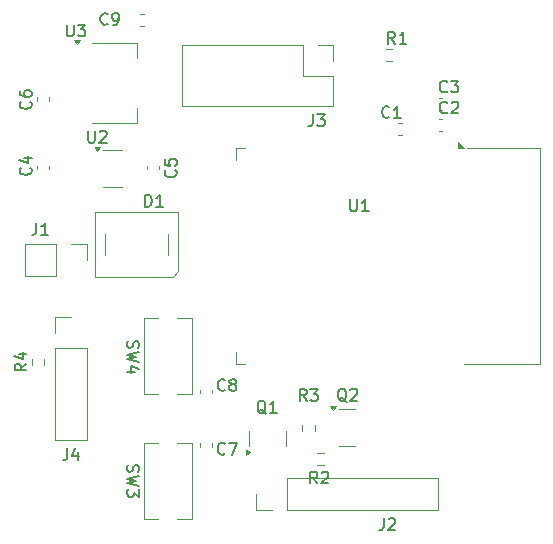
<source format=gbr>
%TF.GenerationSoftware,KiCad,Pcbnew,9.0.1*%
%TF.CreationDate,2025-10-26T23:50:52+01:00*%
%TF.ProjectId,onyks-iot-esp32-storage-rfid,6f6e796b-732d-4696-9f74-2d6573703332,rev?*%
%TF.SameCoordinates,Original*%
%TF.FileFunction,Legend,Top*%
%TF.FilePolarity,Positive*%
%FSLAX46Y46*%
G04 Gerber Fmt 4.6, Leading zero omitted, Abs format (unit mm)*
G04 Created by KiCad (PCBNEW 9.0.1) date 2025-10-26 23:50:52*
%MOMM*%
%LPD*%
G01*
G04 APERTURE LIST*
%ADD10C,0.150000*%
%ADD11C,0.120000*%
G04 APERTURE END LIST*
D10*
X154666666Y-102254819D02*
X154666666Y-102969104D01*
X154666666Y-102969104D02*
X154619047Y-103111961D01*
X154619047Y-103111961D02*
X154523809Y-103207200D01*
X154523809Y-103207200D02*
X154380952Y-103254819D01*
X154380952Y-103254819D02*
X154285714Y-103254819D01*
X155047619Y-102254819D02*
X155666666Y-102254819D01*
X155666666Y-102254819D02*
X155333333Y-102635771D01*
X155333333Y-102635771D02*
X155476190Y-102635771D01*
X155476190Y-102635771D02*
X155571428Y-102683390D01*
X155571428Y-102683390D02*
X155619047Y-102731009D01*
X155619047Y-102731009D02*
X155666666Y-102826247D01*
X155666666Y-102826247D02*
X155666666Y-103064342D01*
X155666666Y-103064342D02*
X155619047Y-103159580D01*
X155619047Y-103159580D02*
X155571428Y-103207200D01*
X155571428Y-103207200D02*
X155476190Y-103254819D01*
X155476190Y-103254819D02*
X155190476Y-103254819D01*
X155190476Y-103254819D02*
X155095238Y-103207200D01*
X155095238Y-103207200D02*
X155047619Y-103159580D01*
X137303833Y-94593580D02*
X137256214Y-94641200D01*
X137256214Y-94641200D02*
X137113357Y-94688819D01*
X137113357Y-94688819D02*
X137018119Y-94688819D01*
X137018119Y-94688819D02*
X136875262Y-94641200D01*
X136875262Y-94641200D02*
X136780024Y-94545961D01*
X136780024Y-94545961D02*
X136732405Y-94450723D01*
X136732405Y-94450723D02*
X136684786Y-94260247D01*
X136684786Y-94260247D02*
X136684786Y-94117390D01*
X136684786Y-94117390D02*
X136732405Y-93926914D01*
X136732405Y-93926914D02*
X136780024Y-93831676D01*
X136780024Y-93831676D02*
X136875262Y-93736438D01*
X136875262Y-93736438D02*
X137018119Y-93688819D01*
X137018119Y-93688819D02*
X137113357Y-93688819D01*
X137113357Y-93688819D02*
X137256214Y-93736438D01*
X137256214Y-93736438D02*
X137303833Y-93784057D01*
X137780024Y-94688819D02*
X137970500Y-94688819D01*
X137970500Y-94688819D02*
X138065738Y-94641200D01*
X138065738Y-94641200D02*
X138113357Y-94593580D01*
X138113357Y-94593580D02*
X138208595Y-94450723D01*
X138208595Y-94450723D02*
X138256214Y-94260247D01*
X138256214Y-94260247D02*
X138256214Y-93879295D01*
X138256214Y-93879295D02*
X138208595Y-93784057D01*
X138208595Y-93784057D02*
X138160976Y-93736438D01*
X138160976Y-93736438D02*
X138065738Y-93688819D01*
X138065738Y-93688819D02*
X137875262Y-93688819D01*
X137875262Y-93688819D02*
X137780024Y-93736438D01*
X137780024Y-93736438D02*
X137732405Y-93784057D01*
X137732405Y-93784057D02*
X137684786Y-93879295D01*
X137684786Y-93879295D02*
X137684786Y-94117390D01*
X137684786Y-94117390D02*
X137732405Y-94212628D01*
X137732405Y-94212628D02*
X137780024Y-94260247D01*
X137780024Y-94260247D02*
X137875262Y-94307866D01*
X137875262Y-94307866D02*
X138065738Y-94307866D01*
X138065738Y-94307866D02*
X138160976Y-94260247D01*
X138160976Y-94260247D02*
X138208595Y-94212628D01*
X138208595Y-94212628D02*
X138256214Y-94117390D01*
X161633333Y-96254819D02*
X161300000Y-95778628D01*
X161061905Y-96254819D02*
X161061905Y-95254819D01*
X161061905Y-95254819D02*
X161442857Y-95254819D01*
X161442857Y-95254819D02*
X161538095Y-95302438D01*
X161538095Y-95302438D02*
X161585714Y-95350057D01*
X161585714Y-95350057D02*
X161633333Y-95445295D01*
X161633333Y-95445295D02*
X161633333Y-95588152D01*
X161633333Y-95588152D02*
X161585714Y-95683390D01*
X161585714Y-95683390D02*
X161538095Y-95731009D01*
X161538095Y-95731009D02*
X161442857Y-95778628D01*
X161442857Y-95778628D02*
X161061905Y-95778628D01*
X162585714Y-96254819D02*
X162014286Y-96254819D01*
X162300000Y-96254819D02*
X162300000Y-95254819D01*
X162300000Y-95254819D02*
X162204762Y-95397676D01*
X162204762Y-95397676D02*
X162109524Y-95492914D01*
X162109524Y-95492914D02*
X162014286Y-95540533D01*
X133866666Y-130534819D02*
X133866666Y-131249104D01*
X133866666Y-131249104D02*
X133819047Y-131391961D01*
X133819047Y-131391961D02*
X133723809Y-131487200D01*
X133723809Y-131487200D02*
X133580952Y-131534819D01*
X133580952Y-131534819D02*
X133485714Y-131534819D01*
X134771428Y-130868152D02*
X134771428Y-131534819D01*
X134533333Y-130487200D02*
X134295238Y-131201485D01*
X134295238Y-131201485D02*
X134914285Y-131201485D01*
X138992800Y-121466667D02*
X138945180Y-121609524D01*
X138945180Y-121609524D02*
X138945180Y-121847619D01*
X138945180Y-121847619D02*
X138992800Y-121942857D01*
X138992800Y-121942857D02*
X139040419Y-121990476D01*
X139040419Y-121990476D02*
X139135657Y-122038095D01*
X139135657Y-122038095D02*
X139230895Y-122038095D01*
X139230895Y-122038095D02*
X139326133Y-121990476D01*
X139326133Y-121990476D02*
X139373752Y-121942857D01*
X139373752Y-121942857D02*
X139421371Y-121847619D01*
X139421371Y-121847619D02*
X139468990Y-121657143D01*
X139468990Y-121657143D02*
X139516609Y-121561905D01*
X139516609Y-121561905D02*
X139564228Y-121514286D01*
X139564228Y-121514286D02*
X139659466Y-121466667D01*
X139659466Y-121466667D02*
X139754704Y-121466667D01*
X139754704Y-121466667D02*
X139849942Y-121514286D01*
X139849942Y-121514286D02*
X139897561Y-121561905D01*
X139897561Y-121561905D02*
X139945180Y-121657143D01*
X139945180Y-121657143D02*
X139945180Y-121895238D01*
X139945180Y-121895238D02*
X139897561Y-122038095D01*
X139945180Y-122371429D02*
X138945180Y-122609524D01*
X138945180Y-122609524D02*
X139659466Y-122800000D01*
X139659466Y-122800000D02*
X138945180Y-122990476D01*
X138945180Y-122990476D02*
X139945180Y-123228572D01*
X139611847Y-124038095D02*
X138945180Y-124038095D01*
X139992800Y-123800000D02*
X139278514Y-123561905D01*
X139278514Y-123561905D02*
X139278514Y-124180952D01*
X157838095Y-109454819D02*
X157838095Y-110264342D01*
X157838095Y-110264342D02*
X157885714Y-110359580D01*
X157885714Y-110359580D02*
X157933333Y-110407200D01*
X157933333Y-110407200D02*
X158028571Y-110454819D01*
X158028571Y-110454819D02*
X158219047Y-110454819D01*
X158219047Y-110454819D02*
X158314285Y-110407200D01*
X158314285Y-110407200D02*
X158361904Y-110359580D01*
X158361904Y-110359580D02*
X158409523Y-110264342D01*
X158409523Y-110264342D02*
X158409523Y-109454819D01*
X159409523Y-110454819D02*
X158838095Y-110454819D01*
X159123809Y-110454819D02*
X159123809Y-109454819D01*
X159123809Y-109454819D02*
X159028571Y-109597676D01*
X159028571Y-109597676D02*
X158933333Y-109692914D01*
X158933333Y-109692914D02*
X158838095Y-109740533D01*
X154138333Y-126520319D02*
X153805000Y-126044128D01*
X153566905Y-126520319D02*
X153566905Y-125520319D01*
X153566905Y-125520319D02*
X153947857Y-125520319D01*
X153947857Y-125520319D02*
X154043095Y-125567938D01*
X154043095Y-125567938D02*
X154090714Y-125615557D01*
X154090714Y-125615557D02*
X154138333Y-125710795D01*
X154138333Y-125710795D02*
X154138333Y-125853652D01*
X154138333Y-125853652D02*
X154090714Y-125948890D01*
X154090714Y-125948890D02*
X154043095Y-125996509D01*
X154043095Y-125996509D02*
X153947857Y-126044128D01*
X153947857Y-126044128D02*
X153566905Y-126044128D01*
X154471667Y-125520319D02*
X155090714Y-125520319D01*
X155090714Y-125520319D02*
X154757381Y-125901271D01*
X154757381Y-125901271D02*
X154900238Y-125901271D01*
X154900238Y-125901271D02*
X154995476Y-125948890D01*
X154995476Y-125948890D02*
X155043095Y-125996509D01*
X155043095Y-125996509D02*
X155090714Y-126091747D01*
X155090714Y-126091747D02*
X155090714Y-126329842D01*
X155090714Y-126329842D02*
X155043095Y-126425080D01*
X155043095Y-126425080D02*
X154995476Y-126472700D01*
X154995476Y-126472700D02*
X154900238Y-126520319D01*
X154900238Y-126520319D02*
X154614524Y-126520319D01*
X154614524Y-126520319D02*
X154519286Y-126472700D01*
X154519286Y-126472700D02*
X154471667Y-126425080D01*
X161147833Y-102464580D02*
X161100214Y-102512200D01*
X161100214Y-102512200D02*
X160957357Y-102559819D01*
X160957357Y-102559819D02*
X160862119Y-102559819D01*
X160862119Y-102559819D02*
X160719262Y-102512200D01*
X160719262Y-102512200D02*
X160624024Y-102416961D01*
X160624024Y-102416961D02*
X160576405Y-102321723D01*
X160576405Y-102321723D02*
X160528786Y-102131247D01*
X160528786Y-102131247D02*
X160528786Y-101988390D01*
X160528786Y-101988390D02*
X160576405Y-101797914D01*
X160576405Y-101797914D02*
X160624024Y-101702676D01*
X160624024Y-101702676D02*
X160719262Y-101607438D01*
X160719262Y-101607438D02*
X160862119Y-101559819D01*
X160862119Y-101559819D02*
X160957357Y-101559819D01*
X160957357Y-101559819D02*
X161100214Y-101607438D01*
X161100214Y-101607438D02*
X161147833Y-101655057D01*
X162100214Y-102559819D02*
X161528786Y-102559819D01*
X161814500Y-102559819D02*
X161814500Y-101559819D01*
X161814500Y-101559819D02*
X161719262Y-101702676D01*
X161719262Y-101702676D02*
X161624024Y-101797914D01*
X161624024Y-101797914D02*
X161528786Y-101845533D01*
X166051833Y-102083580D02*
X166004214Y-102131200D01*
X166004214Y-102131200D02*
X165861357Y-102178819D01*
X165861357Y-102178819D02*
X165766119Y-102178819D01*
X165766119Y-102178819D02*
X165623262Y-102131200D01*
X165623262Y-102131200D02*
X165528024Y-102035961D01*
X165528024Y-102035961D02*
X165480405Y-101940723D01*
X165480405Y-101940723D02*
X165432786Y-101750247D01*
X165432786Y-101750247D02*
X165432786Y-101607390D01*
X165432786Y-101607390D02*
X165480405Y-101416914D01*
X165480405Y-101416914D02*
X165528024Y-101321676D01*
X165528024Y-101321676D02*
X165623262Y-101226438D01*
X165623262Y-101226438D02*
X165766119Y-101178819D01*
X165766119Y-101178819D02*
X165861357Y-101178819D01*
X165861357Y-101178819D02*
X166004214Y-101226438D01*
X166004214Y-101226438D02*
X166051833Y-101274057D01*
X166432786Y-101274057D02*
X166480405Y-101226438D01*
X166480405Y-101226438D02*
X166575643Y-101178819D01*
X166575643Y-101178819D02*
X166813738Y-101178819D01*
X166813738Y-101178819D02*
X166908976Y-101226438D01*
X166908976Y-101226438D02*
X166956595Y-101274057D01*
X166956595Y-101274057D02*
X167004214Y-101369295D01*
X167004214Y-101369295D02*
X167004214Y-101464533D01*
X167004214Y-101464533D02*
X166956595Y-101607390D01*
X166956595Y-101607390D02*
X166385167Y-102178819D01*
X166385167Y-102178819D02*
X167004214Y-102178819D01*
X166051833Y-100305580D02*
X166004214Y-100353200D01*
X166004214Y-100353200D02*
X165861357Y-100400819D01*
X165861357Y-100400819D02*
X165766119Y-100400819D01*
X165766119Y-100400819D02*
X165623262Y-100353200D01*
X165623262Y-100353200D02*
X165528024Y-100257961D01*
X165528024Y-100257961D02*
X165480405Y-100162723D01*
X165480405Y-100162723D02*
X165432786Y-99972247D01*
X165432786Y-99972247D02*
X165432786Y-99829390D01*
X165432786Y-99829390D02*
X165480405Y-99638914D01*
X165480405Y-99638914D02*
X165528024Y-99543676D01*
X165528024Y-99543676D02*
X165623262Y-99448438D01*
X165623262Y-99448438D02*
X165766119Y-99400819D01*
X165766119Y-99400819D02*
X165861357Y-99400819D01*
X165861357Y-99400819D02*
X166004214Y-99448438D01*
X166004214Y-99448438D02*
X166051833Y-99496057D01*
X166385167Y-99400819D02*
X167004214Y-99400819D01*
X167004214Y-99400819D02*
X166670881Y-99781771D01*
X166670881Y-99781771D02*
X166813738Y-99781771D01*
X166813738Y-99781771D02*
X166908976Y-99829390D01*
X166908976Y-99829390D02*
X166956595Y-99877009D01*
X166956595Y-99877009D02*
X167004214Y-99972247D01*
X167004214Y-99972247D02*
X167004214Y-100210342D01*
X167004214Y-100210342D02*
X166956595Y-100305580D01*
X166956595Y-100305580D02*
X166908976Y-100353200D01*
X166908976Y-100353200D02*
X166813738Y-100400819D01*
X166813738Y-100400819D02*
X166528024Y-100400819D01*
X166528024Y-100400819D02*
X166432786Y-100353200D01*
X166432786Y-100353200D02*
X166385167Y-100305580D01*
X140461905Y-110054819D02*
X140461905Y-109054819D01*
X140461905Y-109054819D02*
X140700000Y-109054819D01*
X140700000Y-109054819D02*
X140842857Y-109102438D01*
X140842857Y-109102438D02*
X140938095Y-109197676D01*
X140938095Y-109197676D02*
X140985714Y-109292914D01*
X140985714Y-109292914D02*
X141033333Y-109483390D01*
X141033333Y-109483390D02*
X141033333Y-109626247D01*
X141033333Y-109626247D02*
X140985714Y-109816723D01*
X140985714Y-109816723D02*
X140938095Y-109911961D01*
X140938095Y-109911961D02*
X140842857Y-110007200D01*
X140842857Y-110007200D02*
X140700000Y-110054819D01*
X140700000Y-110054819D02*
X140461905Y-110054819D01*
X141985714Y-110054819D02*
X141414286Y-110054819D01*
X141700000Y-110054819D02*
X141700000Y-109054819D01*
X141700000Y-109054819D02*
X141604762Y-109197676D01*
X141604762Y-109197676D02*
X141509524Y-109292914D01*
X141509524Y-109292914D02*
X141414286Y-109340533D01*
X130424819Y-123359166D02*
X129948628Y-123692499D01*
X130424819Y-123930594D02*
X129424819Y-123930594D01*
X129424819Y-123930594D02*
X129424819Y-123549642D01*
X129424819Y-123549642D02*
X129472438Y-123454404D01*
X129472438Y-123454404D02*
X129520057Y-123406785D01*
X129520057Y-123406785D02*
X129615295Y-123359166D01*
X129615295Y-123359166D02*
X129758152Y-123359166D01*
X129758152Y-123359166D02*
X129853390Y-123406785D01*
X129853390Y-123406785D02*
X129901009Y-123454404D01*
X129901009Y-123454404D02*
X129948628Y-123549642D01*
X129948628Y-123549642D02*
X129948628Y-123930594D01*
X129758152Y-122502023D02*
X130424819Y-122502023D01*
X129377200Y-122740118D02*
X130091485Y-122978213D01*
X130091485Y-122978213D02*
X130091485Y-122359166D01*
X157525761Y-126578057D02*
X157430523Y-126530438D01*
X157430523Y-126530438D02*
X157335285Y-126435200D01*
X157335285Y-126435200D02*
X157192428Y-126292342D01*
X157192428Y-126292342D02*
X157097190Y-126244723D01*
X157097190Y-126244723D02*
X157001952Y-126244723D01*
X157049571Y-126482819D02*
X156954333Y-126435200D01*
X156954333Y-126435200D02*
X156859095Y-126339961D01*
X156859095Y-126339961D02*
X156811476Y-126149485D01*
X156811476Y-126149485D02*
X156811476Y-125816152D01*
X156811476Y-125816152D02*
X156859095Y-125625676D01*
X156859095Y-125625676D02*
X156954333Y-125530438D01*
X156954333Y-125530438D02*
X157049571Y-125482819D01*
X157049571Y-125482819D02*
X157240047Y-125482819D01*
X157240047Y-125482819D02*
X157335285Y-125530438D01*
X157335285Y-125530438D02*
X157430523Y-125625676D01*
X157430523Y-125625676D02*
X157478142Y-125816152D01*
X157478142Y-125816152D02*
X157478142Y-126149485D01*
X157478142Y-126149485D02*
X157430523Y-126339961D01*
X157430523Y-126339961D02*
X157335285Y-126435200D01*
X157335285Y-126435200D02*
X157240047Y-126482819D01*
X157240047Y-126482819D02*
X157049571Y-126482819D01*
X157859095Y-125578057D02*
X157906714Y-125530438D01*
X157906714Y-125530438D02*
X158001952Y-125482819D01*
X158001952Y-125482819D02*
X158240047Y-125482819D01*
X158240047Y-125482819D02*
X158335285Y-125530438D01*
X158335285Y-125530438D02*
X158382904Y-125578057D01*
X158382904Y-125578057D02*
X158430523Y-125673295D01*
X158430523Y-125673295D02*
X158430523Y-125768533D01*
X158430523Y-125768533D02*
X158382904Y-125911390D01*
X158382904Y-125911390D02*
X157811476Y-126482819D01*
X157811476Y-126482819D02*
X158430523Y-126482819D01*
X130759580Y-106766666D02*
X130807200Y-106814285D01*
X130807200Y-106814285D02*
X130854819Y-106957142D01*
X130854819Y-106957142D02*
X130854819Y-107052380D01*
X130854819Y-107052380D02*
X130807200Y-107195237D01*
X130807200Y-107195237D02*
X130711961Y-107290475D01*
X130711961Y-107290475D02*
X130616723Y-107338094D01*
X130616723Y-107338094D02*
X130426247Y-107385713D01*
X130426247Y-107385713D02*
X130283390Y-107385713D01*
X130283390Y-107385713D02*
X130092914Y-107338094D01*
X130092914Y-107338094D02*
X129997676Y-107290475D01*
X129997676Y-107290475D02*
X129902438Y-107195237D01*
X129902438Y-107195237D02*
X129854819Y-107052380D01*
X129854819Y-107052380D02*
X129854819Y-106957142D01*
X129854819Y-106957142D02*
X129902438Y-106814285D01*
X129902438Y-106814285D02*
X129950057Y-106766666D01*
X130188152Y-105909523D02*
X130854819Y-105909523D01*
X129807200Y-106147618D02*
X130521485Y-106385713D01*
X130521485Y-106385713D02*
X130521485Y-105766666D01*
X150704761Y-127603057D02*
X150609523Y-127555438D01*
X150609523Y-127555438D02*
X150514285Y-127460200D01*
X150514285Y-127460200D02*
X150371428Y-127317342D01*
X150371428Y-127317342D02*
X150276190Y-127269723D01*
X150276190Y-127269723D02*
X150180952Y-127269723D01*
X150228571Y-127507819D02*
X150133333Y-127460200D01*
X150133333Y-127460200D02*
X150038095Y-127364961D01*
X150038095Y-127364961D02*
X149990476Y-127174485D01*
X149990476Y-127174485D02*
X149990476Y-126841152D01*
X149990476Y-126841152D02*
X150038095Y-126650676D01*
X150038095Y-126650676D02*
X150133333Y-126555438D01*
X150133333Y-126555438D02*
X150228571Y-126507819D01*
X150228571Y-126507819D02*
X150419047Y-126507819D01*
X150419047Y-126507819D02*
X150514285Y-126555438D01*
X150514285Y-126555438D02*
X150609523Y-126650676D01*
X150609523Y-126650676D02*
X150657142Y-126841152D01*
X150657142Y-126841152D02*
X150657142Y-127174485D01*
X150657142Y-127174485D02*
X150609523Y-127364961D01*
X150609523Y-127364961D02*
X150514285Y-127460200D01*
X150514285Y-127460200D02*
X150419047Y-127507819D01*
X150419047Y-127507819D02*
X150228571Y-127507819D01*
X151609523Y-127507819D02*
X151038095Y-127507819D01*
X151323809Y-127507819D02*
X151323809Y-126507819D01*
X151323809Y-126507819D02*
X151228571Y-126650676D01*
X151228571Y-126650676D02*
X151133333Y-126745914D01*
X151133333Y-126745914D02*
X151038095Y-126793533D01*
X135638095Y-103654819D02*
X135638095Y-104464342D01*
X135638095Y-104464342D02*
X135685714Y-104559580D01*
X135685714Y-104559580D02*
X135733333Y-104607200D01*
X135733333Y-104607200D02*
X135828571Y-104654819D01*
X135828571Y-104654819D02*
X136019047Y-104654819D01*
X136019047Y-104654819D02*
X136114285Y-104607200D01*
X136114285Y-104607200D02*
X136161904Y-104559580D01*
X136161904Y-104559580D02*
X136209523Y-104464342D01*
X136209523Y-104464342D02*
X136209523Y-103654819D01*
X136638095Y-103750057D02*
X136685714Y-103702438D01*
X136685714Y-103702438D02*
X136780952Y-103654819D01*
X136780952Y-103654819D02*
X137019047Y-103654819D01*
X137019047Y-103654819D02*
X137114285Y-103702438D01*
X137114285Y-103702438D02*
X137161904Y-103750057D01*
X137161904Y-103750057D02*
X137209523Y-103845295D01*
X137209523Y-103845295D02*
X137209523Y-103940533D01*
X137209523Y-103940533D02*
X137161904Y-104083390D01*
X137161904Y-104083390D02*
X136590476Y-104654819D01*
X136590476Y-104654819D02*
X137209523Y-104654819D01*
X130759580Y-101166666D02*
X130807200Y-101214285D01*
X130807200Y-101214285D02*
X130854819Y-101357142D01*
X130854819Y-101357142D02*
X130854819Y-101452380D01*
X130854819Y-101452380D02*
X130807200Y-101595237D01*
X130807200Y-101595237D02*
X130711961Y-101690475D01*
X130711961Y-101690475D02*
X130616723Y-101738094D01*
X130616723Y-101738094D02*
X130426247Y-101785713D01*
X130426247Y-101785713D02*
X130283390Y-101785713D01*
X130283390Y-101785713D02*
X130092914Y-101738094D01*
X130092914Y-101738094D02*
X129997676Y-101690475D01*
X129997676Y-101690475D02*
X129902438Y-101595237D01*
X129902438Y-101595237D02*
X129854819Y-101452380D01*
X129854819Y-101452380D02*
X129854819Y-101357142D01*
X129854819Y-101357142D02*
X129902438Y-101214285D01*
X129902438Y-101214285D02*
X129950057Y-101166666D01*
X129854819Y-100309523D02*
X129854819Y-100499999D01*
X129854819Y-100499999D02*
X129902438Y-100595237D01*
X129902438Y-100595237D02*
X129950057Y-100642856D01*
X129950057Y-100642856D02*
X130092914Y-100738094D01*
X130092914Y-100738094D02*
X130283390Y-100785713D01*
X130283390Y-100785713D02*
X130664342Y-100785713D01*
X130664342Y-100785713D02*
X130759580Y-100738094D01*
X130759580Y-100738094D02*
X130807200Y-100690475D01*
X130807200Y-100690475D02*
X130854819Y-100595237D01*
X130854819Y-100595237D02*
X130854819Y-100404761D01*
X130854819Y-100404761D02*
X130807200Y-100309523D01*
X130807200Y-100309523D02*
X130759580Y-100261904D01*
X130759580Y-100261904D02*
X130664342Y-100214285D01*
X130664342Y-100214285D02*
X130426247Y-100214285D01*
X130426247Y-100214285D02*
X130331009Y-100261904D01*
X130331009Y-100261904D02*
X130283390Y-100309523D01*
X130283390Y-100309523D02*
X130235771Y-100404761D01*
X130235771Y-100404761D02*
X130235771Y-100595237D01*
X130235771Y-100595237D02*
X130283390Y-100690475D01*
X130283390Y-100690475D02*
X130331009Y-100738094D01*
X130331009Y-100738094D02*
X130426247Y-100785713D01*
X160666666Y-136454819D02*
X160666666Y-137169104D01*
X160666666Y-137169104D02*
X160619047Y-137311961D01*
X160619047Y-137311961D02*
X160523809Y-137407200D01*
X160523809Y-137407200D02*
X160380952Y-137454819D01*
X160380952Y-137454819D02*
X160285714Y-137454819D01*
X161095238Y-136550057D02*
X161142857Y-136502438D01*
X161142857Y-136502438D02*
X161238095Y-136454819D01*
X161238095Y-136454819D02*
X161476190Y-136454819D01*
X161476190Y-136454819D02*
X161571428Y-136502438D01*
X161571428Y-136502438D02*
X161619047Y-136550057D01*
X161619047Y-136550057D02*
X161666666Y-136645295D01*
X161666666Y-136645295D02*
X161666666Y-136740533D01*
X161666666Y-136740533D02*
X161619047Y-136883390D01*
X161619047Y-136883390D02*
X161047619Y-137454819D01*
X161047619Y-137454819D02*
X161666666Y-137454819D01*
X133838095Y-94654819D02*
X133838095Y-95464342D01*
X133838095Y-95464342D02*
X133885714Y-95559580D01*
X133885714Y-95559580D02*
X133933333Y-95607200D01*
X133933333Y-95607200D02*
X134028571Y-95654819D01*
X134028571Y-95654819D02*
X134219047Y-95654819D01*
X134219047Y-95654819D02*
X134314285Y-95607200D01*
X134314285Y-95607200D02*
X134361904Y-95559580D01*
X134361904Y-95559580D02*
X134409523Y-95464342D01*
X134409523Y-95464342D02*
X134409523Y-94654819D01*
X134790476Y-94654819D02*
X135409523Y-94654819D01*
X135409523Y-94654819D02*
X135076190Y-95035771D01*
X135076190Y-95035771D02*
X135219047Y-95035771D01*
X135219047Y-95035771D02*
X135314285Y-95083390D01*
X135314285Y-95083390D02*
X135361904Y-95131009D01*
X135361904Y-95131009D02*
X135409523Y-95226247D01*
X135409523Y-95226247D02*
X135409523Y-95464342D01*
X135409523Y-95464342D02*
X135361904Y-95559580D01*
X135361904Y-95559580D02*
X135314285Y-95607200D01*
X135314285Y-95607200D02*
X135219047Y-95654819D01*
X135219047Y-95654819D02*
X134933333Y-95654819D01*
X134933333Y-95654819D02*
X134838095Y-95607200D01*
X134838095Y-95607200D02*
X134790476Y-95559580D01*
X138992800Y-131941667D02*
X138945180Y-132084524D01*
X138945180Y-132084524D02*
X138945180Y-132322619D01*
X138945180Y-132322619D02*
X138992800Y-132417857D01*
X138992800Y-132417857D02*
X139040419Y-132465476D01*
X139040419Y-132465476D02*
X139135657Y-132513095D01*
X139135657Y-132513095D02*
X139230895Y-132513095D01*
X139230895Y-132513095D02*
X139326133Y-132465476D01*
X139326133Y-132465476D02*
X139373752Y-132417857D01*
X139373752Y-132417857D02*
X139421371Y-132322619D01*
X139421371Y-132322619D02*
X139468990Y-132132143D01*
X139468990Y-132132143D02*
X139516609Y-132036905D01*
X139516609Y-132036905D02*
X139564228Y-131989286D01*
X139564228Y-131989286D02*
X139659466Y-131941667D01*
X139659466Y-131941667D02*
X139754704Y-131941667D01*
X139754704Y-131941667D02*
X139849942Y-131989286D01*
X139849942Y-131989286D02*
X139897561Y-132036905D01*
X139897561Y-132036905D02*
X139945180Y-132132143D01*
X139945180Y-132132143D02*
X139945180Y-132370238D01*
X139945180Y-132370238D02*
X139897561Y-132513095D01*
X139945180Y-132846429D02*
X138945180Y-133084524D01*
X138945180Y-133084524D02*
X139659466Y-133275000D01*
X139659466Y-133275000D02*
X138945180Y-133465476D01*
X138945180Y-133465476D02*
X139945180Y-133703572D01*
X139945180Y-133989286D02*
X139945180Y-134608333D01*
X139945180Y-134608333D02*
X139564228Y-134275000D01*
X139564228Y-134275000D02*
X139564228Y-134417857D01*
X139564228Y-134417857D02*
X139516609Y-134513095D01*
X139516609Y-134513095D02*
X139468990Y-134560714D01*
X139468990Y-134560714D02*
X139373752Y-134608333D01*
X139373752Y-134608333D02*
X139135657Y-134608333D01*
X139135657Y-134608333D02*
X139040419Y-134560714D01*
X139040419Y-134560714D02*
X138992800Y-134513095D01*
X138992800Y-134513095D02*
X138945180Y-134417857D01*
X138945180Y-134417857D02*
X138945180Y-134132143D01*
X138945180Y-134132143D02*
X138992800Y-134036905D01*
X138992800Y-134036905D02*
X139040419Y-133989286D01*
X143034580Y-106966666D02*
X143082200Y-107014285D01*
X143082200Y-107014285D02*
X143129819Y-107157142D01*
X143129819Y-107157142D02*
X143129819Y-107252380D01*
X143129819Y-107252380D02*
X143082200Y-107395237D01*
X143082200Y-107395237D02*
X142986961Y-107490475D01*
X142986961Y-107490475D02*
X142891723Y-107538094D01*
X142891723Y-107538094D02*
X142701247Y-107585713D01*
X142701247Y-107585713D02*
X142558390Y-107585713D01*
X142558390Y-107585713D02*
X142367914Y-107538094D01*
X142367914Y-107538094D02*
X142272676Y-107490475D01*
X142272676Y-107490475D02*
X142177438Y-107395237D01*
X142177438Y-107395237D02*
X142129819Y-107252380D01*
X142129819Y-107252380D02*
X142129819Y-107157142D01*
X142129819Y-107157142D02*
X142177438Y-107014285D01*
X142177438Y-107014285D02*
X142225057Y-106966666D01*
X142129819Y-106061904D02*
X142129819Y-106538094D01*
X142129819Y-106538094D02*
X142606009Y-106585713D01*
X142606009Y-106585713D02*
X142558390Y-106538094D01*
X142558390Y-106538094D02*
X142510771Y-106442856D01*
X142510771Y-106442856D02*
X142510771Y-106204761D01*
X142510771Y-106204761D02*
X142558390Y-106109523D01*
X142558390Y-106109523D02*
X142606009Y-106061904D01*
X142606009Y-106061904D02*
X142701247Y-106014285D01*
X142701247Y-106014285D02*
X142939342Y-106014285D01*
X142939342Y-106014285D02*
X143034580Y-106061904D01*
X143034580Y-106061904D02*
X143082200Y-106109523D01*
X143082200Y-106109523D02*
X143129819Y-106204761D01*
X143129819Y-106204761D02*
X143129819Y-106442856D01*
X143129819Y-106442856D02*
X143082200Y-106538094D01*
X143082200Y-106538094D02*
X143034580Y-106585713D01*
X131266666Y-111454819D02*
X131266666Y-112169104D01*
X131266666Y-112169104D02*
X131219047Y-112311961D01*
X131219047Y-112311961D02*
X131123809Y-112407200D01*
X131123809Y-112407200D02*
X130980952Y-112454819D01*
X130980952Y-112454819D02*
X130885714Y-112454819D01*
X132266666Y-112454819D02*
X131695238Y-112454819D01*
X131980952Y-112454819D02*
X131980952Y-111454819D01*
X131980952Y-111454819D02*
X131885714Y-111597676D01*
X131885714Y-111597676D02*
X131790476Y-111692914D01*
X131790476Y-111692914D02*
X131695238Y-111740533D01*
X147233333Y-125559580D02*
X147185714Y-125607200D01*
X147185714Y-125607200D02*
X147042857Y-125654819D01*
X147042857Y-125654819D02*
X146947619Y-125654819D01*
X146947619Y-125654819D02*
X146804762Y-125607200D01*
X146804762Y-125607200D02*
X146709524Y-125511961D01*
X146709524Y-125511961D02*
X146661905Y-125416723D01*
X146661905Y-125416723D02*
X146614286Y-125226247D01*
X146614286Y-125226247D02*
X146614286Y-125083390D01*
X146614286Y-125083390D02*
X146661905Y-124892914D01*
X146661905Y-124892914D02*
X146709524Y-124797676D01*
X146709524Y-124797676D02*
X146804762Y-124702438D01*
X146804762Y-124702438D02*
X146947619Y-124654819D01*
X146947619Y-124654819D02*
X147042857Y-124654819D01*
X147042857Y-124654819D02*
X147185714Y-124702438D01*
X147185714Y-124702438D02*
X147233333Y-124750057D01*
X147804762Y-125083390D02*
X147709524Y-125035771D01*
X147709524Y-125035771D02*
X147661905Y-124988152D01*
X147661905Y-124988152D02*
X147614286Y-124892914D01*
X147614286Y-124892914D02*
X147614286Y-124845295D01*
X147614286Y-124845295D02*
X147661905Y-124750057D01*
X147661905Y-124750057D02*
X147709524Y-124702438D01*
X147709524Y-124702438D02*
X147804762Y-124654819D01*
X147804762Y-124654819D02*
X147995238Y-124654819D01*
X147995238Y-124654819D02*
X148090476Y-124702438D01*
X148090476Y-124702438D02*
X148138095Y-124750057D01*
X148138095Y-124750057D02*
X148185714Y-124845295D01*
X148185714Y-124845295D02*
X148185714Y-124892914D01*
X148185714Y-124892914D02*
X148138095Y-124988152D01*
X148138095Y-124988152D02*
X148090476Y-125035771D01*
X148090476Y-125035771D02*
X147995238Y-125083390D01*
X147995238Y-125083390D02*
X147804762Y-125083390D01*
X147804762Y-125083390D02*
X147709524Y-125131009D01*
X147709524Y-125131009D02*
X147661905Y-125178628D01*
X147661905Y-125178628D02*
X147614286Y-125273866D01*
X147614286Y-125273866D02*
X147614286Y-125464342D01*
X147614286Y-125464342D02*
X147661905Y-125559580D01*
X147661905Y-125559580D02*
X147709524Y-125607200D01*
X147709524Y-125607200D02*
X147804762Y-125654819D01*
X147804762Y-125654819D02*
X147995238Y-125654819D01*
X147995238Y-125654819D02*
X148090476Y-125607200D01*
X148090476Y-125607200D02*
X148138095Y-125559580D01*
X148138095Y-125559580D02*
X148185714Y-125464342D01*
X148185714Y-125464342D02*
X148185714Y-125273866D01*
X148185714Y-125273866D02*
X148138095Y-125178628D01*
X148138095Y-125178628D02*
X148090476Y-125131009D01*
X148090476Y-125131009D02*
X147995238Y-125083390D01*
X155041833Y-133499819D02*
X154708500Y-133023628D01*
X154470405Y-133499819D02*
X154470405Y-132499819D01*
X154470405Y-132499819D02*
X154851357Y-132499819D01*
X154851357Y-132499819D02*
X154946595Y-132547438D01*
X154946595Y-132547438D02*
X154994214Y-132595057D01*
X154994214Y-132595057D02*
X155041833Y-132690295D01*
X155041833Y-132690295D02*
X155041833Y-132833152D01*
X155041833Y-132833152D02*
X154994214Y-132928390D01*
X154994214Y-132928390D02*
X154946595Y-132976009D01*
X154946595Y-132976009D02*
X154851357Y-133023628D01*
X154851357Y-133023628D02*
X154470405Y-133023628D01*
X155422786Y-132595057D02*
X155470405Y-132547438D01*
X155470405Y-132547438D02*
X155565643Y-132499819D01*
X155565643Y-132499819D02*
X155803738Y-132499819D01*
X155803738Y-132499819D02*
X155898976Y-132547438D01*
X155898976Y-132547438D02*
X155946595Y-132595057D01*
X155946595Y-132595057D02*
X155994214Y-132690295D01*
X155994214Y-132690295D02*
X155994214Y-132785533D01*
X155994214Y-132785533D02*
X155946595Y-132928390D01*
X155946595Y-132928390D02*
X155375167Y-133499819D01*
X155375167Y-133499819D02*
X155994214Y-133499819D01*
X147233333Y-130959580D02*
X147185714Y-131007200D01*
X147185714Y-131007200D02*
X147042857Y-131054819D01*
X147042857Y-131054819D02*
X146947619Y-131054819D01*
X146947619Y-131054819D02*
X146804762Y-131007200D01*
X146804762Y-131007200D02*
X146709524Y-130911961D01*
X146709524Y-130911961D02*
X146661905Y-130816723D01*
X146661905Y-130816723D02*
X146614286Y-130626247D01*
X146614286Y-130626247D02*
X146614286Y-130483390D01*
X146614286Y-130483390D02*
X146661905Y-130292914D01*
X146661905Y-130292914D02*
X146709524Y-130197676D01*
X146709524Y-130197676D02*
X146804762Y-130102438D01*
X146804762Y-130102438D02*
X146947619Y-130054819D01*
X146947619Y-130054819D02*
X147042857Y-130054819D01*
X147042857Y-130054819D02*
X147185714Y-130102438D01*
X147185714Y-130102438D02*
X147233333Y-130150057D01*
X147566667Y-130054819D02*
X148233333Y-130054819D01*
X148233333Y-130054819D02*
X147804762Y-131054819D01*
D11*
%TO.C,C9*%
X140354267Y-93724000D02*
X140061733Y-93724000D01*
X140354267Y-94744000D02*
X140061733Y-94744000D01*
%TO.C,R1*%
X160832776Y-96677500D02*
X161342224Y-96677500D01*
X160832776Y-97722500D02*
X161342224Y-97722500D01*
%TO.C,J4*%
X132820000Y-119420000D02*
X134200000Y-119420000D01*
X132820000Y-120800000D02*
X132820000Y-119420000D01*
X132820000Y-122070000D02*
X132820000Y-129800000D01*
X132820000Y-122070000D02*
X135580000Y-122070000D01*
X132820000Y-129800000D02*
X135580000Y-129800000D01*
X135580000Y-122070000D02*
X135580000Y-129800000D01*
%TO.C,SW4*%
X140400000Y-119525000D02*
X140400000Y-125925000D01*
X140400000Y-125925000D02*
X141600000Y-125925000D01*
X141600000Y-119525000D02*
X140400000Y-119525000D01*
X143200000Y-125925000D02*
X144400000Y-125925000D01*
X144400000Y-119525000D02*
X143200000Y-119525000D01*
X144400000Y-125925000D02*
X144400000Y-119525000D01*
%TO.C,U1*%
X148140000Y-105130000D02*
X148140000Y-106130000D01*
X148140000Y-123370000D02*
X148140000Y-122370000D01*
X148920000Y-105130000D02*
X148140000Y-105130000D01*
X148920000Y-123370000D02*
X148140000Y-123370000D01*
X173880000Y-105130000D02*
X167720000Y-105130000D01*
X173880000Y-105130000D02*
X173880000Y-123370000D01*
X173880000Y-123370000D02*
X167465000Y-123370000D01*
X167495000Y-105125000D02*
X166995000Y-105125000D01*
X166995000Y-104625000D01*
X167495000Y-105125000D01*
G36*
X167495000Y-105125000D02*
G01*
X166995000Y-105125000D01*
X166995000Y-104625000D01*
X167495000Y-105125000D01*
G37*
%TO.C,R3*%
X153782500Y-129032724D02*
X153782500Y-128523276D01*
X154827500Y-129032724D02*
X154827500Y-128523276D01*
%TO.C,C1*%
X161905733Y-102995000D02*
X162198267Y-102995000D01*
X161905733Y-104015000D02*
X162198267Y-104015000D01*
%TO.C,C2*%
X165334733Y-102614000D02*
X165627267Y-102614000D01*
X165334733Y-103634000D02*
X165627267Y-103634000D01*
%TO.C,C3*%
X165334733Y-100836000D02*
X165627267Y-100836000D01*
X165334733Y-101856000D02*
X165627267Y-101856000D01*
%TO.C,D1*%
X136250000Y-110500000D02*
X136250000Y-116000000D01*
X136250000Y-110500000D02*
X143250000Y-110500000D01*
X136250000Y-116000000D02*
X142800000Y-116000000D01*
X137050000Y-114150000D02*
X137050000Y-112350000D01*
X142450000Y-114150000D02*
X142450000Y-112350000D01*
X142800000Y-116000000D02*
X143250000Y-115550000D01*
X143250000Y-115550000D02*
X143250000Y-110500000D01*
%TO.C,R4*%
X130877500Y-123447224D02*
X130877500Y-122937776D01*
X131922500Y-123447224D02*
X131922500Y-122937776D01*
%TO.C,Q2*%
X157558500Y-127218000D02*
X156908500Y-127218000D01*
X157558500Y-127218000D02*
X158208500Y-127218000D01*
X157558500Y-130338000D02*
X156908500Y-130338000D01*
X157558500Y-130338000D02*
X158208500Y-130338000D01*
X156396000Y-127268000D02*
X156156000Y-126938000D01*
X156636000Y-126938000D01*
X156396000Y-127268000D01*
G36*
X156396000Y-127268000D02*
G01*
X156156000Y-126938000D01*
X156636000Y-126938000D01*
X156396000Y-127268000D01*
G37*
%TO.C,C4*%
X131290000Y-106883767D02*
X131290000Y-106591233D01*
X132310000Y-106883767D02*
X132310000Y-106591233D01*
%TO.C,Q1*%
X149290000Y-129715500D02*
X149290000Y-129065500D01*
X149290000Y-129715500D02*
X149290000Y-130365500D01*
X152410000Y-129715500D02*
X152410000Y-129065500D01*
X152410000Y-129715500D02*
X152410000Y-130365500D01*
X149340000Y-130878000D02*
X149010000Y-131118000D01*
X149010000Y-130638000D01*
X149340000Y-130878000D01*
G36*
X149340000Y-130878000D02*
G01*
X149010000Y-131118000D01*
X149010000Y-130638000D01*
X149340000Y-130878000D01*
G37*
%TO.C,J3*%
X143590000Y-96370000D02*
X143590000Y-101570000D01*
X153810000Y-96370000D02*
X143590000Y-96370000D01*
X153810000Y-96370000D02*
X153810000Y-98970000D01*
X153810000Y-98970000D02*
X156410000Y-98970000D01*
X155080000Y-96370000D02*
X156410000Y-96370000D01*
X156410000Y-96370000D02*
X156410000Y-97700000D01*
X156410000Y-98970000D02*
X156410000Y-101570000D01*
X156410000Y-101570000D02*
X143590000Y-101570000D01*
%TO.C,U2*%
X137737500Y-105290000D02*
X136937500Y-105290000D01*
X137737500Y-105290000D02*
X138537500Y-105290000D01*
X137737500Y-108410000D02*
X136937500Y-108410000D01*
X137737500Y-108410000D02*
X138537500Y-108410000D01*
X136437500Y-105340000D02*
X136197500Y-105010000D01*
X136677500Y-105010000D01*
X136437500Y-105340000D01*
G36*
X136437500Y-105340000D02*
G01*
X136197500Y-105010000D01*
X136677500Y-105010000D01*
X136437500Y-105340000D01*
G37*
%TO.C,C6*%
X131290000Y-101083767D02*
X131290000Y-100791233D01*
X132310000Y-101083767D02*
X132310000Y-100791233D01*
%TO.C,J2*%
X149870000Y-135730000D02*
X149870000Y-134400000D01*
X151200000Y-135730000D02*
X149870000Y-135730000D01*
X152470000Y-133070000D02*
X165230000Y-133070000D01*
X152470000Y-135730000D02*
X152470000Y-133070000D01*
X152470000Y-135730000D02*
X165230000Y-135730000D01*
X165230000Y-135730000D02*
X165230000Y-133070000D01*
%TO.C,U3*%
X136000000Y-96190000D02*
X139760000Y-96190000D01*
X136000000Y-103010000D02*
X139760000Y-103010000D01*
X139760000Y-96190000D02*
X139760000Y-97450000D01*
X139760000Y-103010000D02*
X139760000Y-101750000D01*
X134720000Y-96290000D02*
X134480000Y-95960000D01*
X134960000Y-95960000D01*
X134720000Y-96290000D01*
G36*
X134720000Y-96290000D02*
G01*
X134480000Y-95960000D01*
X134960000Y-95960000D01*
X134720000Y-96290000D01*
G37*
%TO.C,SW3*%
X140400000Y-130075000D02*
X140400000Y-136475000D01*
X140400000Y-136475000D02*
X141600000Y-136475000D01*
X141600000Y-130075000D02*
X140400000Y-130075000D01*
X143200000Y-136475000D02*
X144400000Y-136475000D01*
X144400000Y-130075000D02*
X143200000Y-130075000D01*
X144400000Y-136475000D02*
X144400000Y-130075000D01*
%TO.C,C5*%
X140640000Y-106616233D02*
X140640000Y-106908767D01*
X141660000Y-106616233D02*
X141660000Y-106908767D01*
%TO.C,J1*%
X130330000Y-113270000D02*
X130330000Y-115930000D01*
X132930000Y-113270000D02*
X130330000Y-113270000D01*
X132930000Y-113270000D02*
X132930000Y-115930000D01*
X132930000Y-115930000D02*
X130330000Y-115930000D01*
X134200000Y-113270000D02*
X135530000Y-113270000D01*
X135530000Y-113270000D02*
X135530000Y-114600000D01*
%TO.C,C8*%
X145090000Y-125591233D02*
X145090000Y-125883767D01*
X146110000Y-125591233D02*
X146110000Y-125883767D01*
%TO.C,R2*%
X155575724Y-130922500D02*
X155066276Y-130922500D01*
X155575724Y-131967500D02*
X155066276Y-131967500D01*
%TO.C,C7*%
X145090000Y-130408767D02*
X145090000Y-130116233D01*
X146110000Y-130408767D02*
X146110000Y-130116233D01*
%TD*%
M02*

</source>
